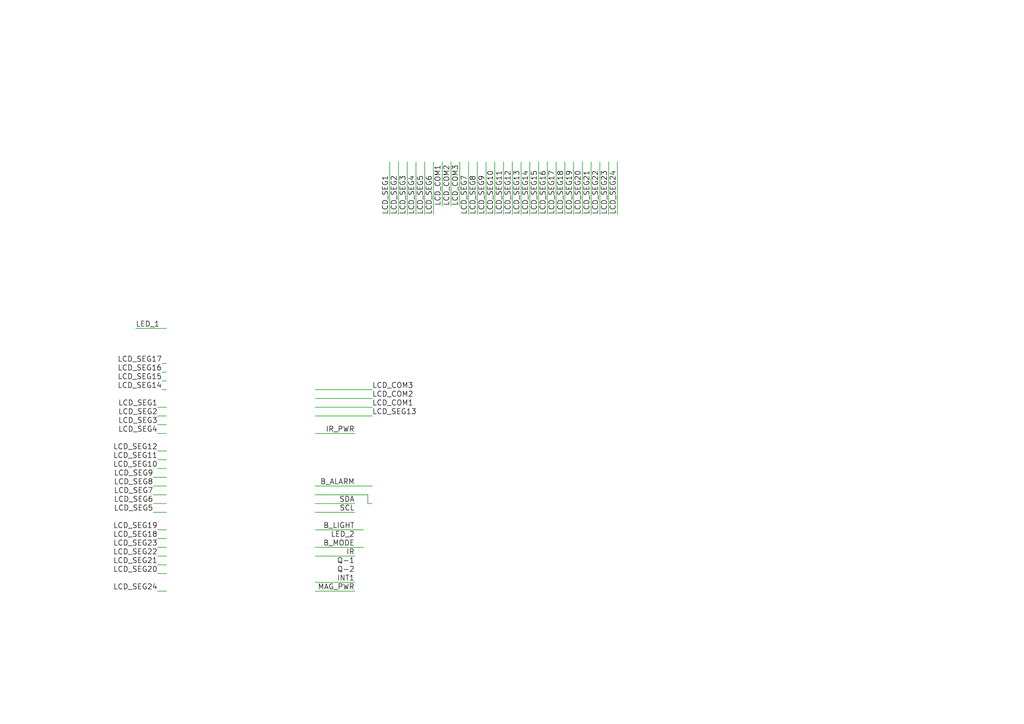
<source format=kicad_sch>
(kicad_sch (version 20211123) (generator eeschema)

  (uuid feb95032-38a6-4034-8e83-f34a41a5e284)

  (paper "A4")

  (title_block
    (title "Pluto main board")
    (date "2016-05-21")
  )

  (lib_symbols
  )


  (wire (pts (xy 173.99 62.23) (xy 173.99 46.99))
    (stroke (width 0) (type default) (color 0 0 0 0))
    (uuid 0adc030e-8b85-4900-a6db-214a9d3f1b78)
  )
  (wire (pts (xy 91.44 161.29) (xy 102.87 161.29))
    (stroke (width 0) (type default) (color 0 0 0 0))
    (uuid 0e210ea0-7655-4ebc-901e-c188a52c4691)
  )
  (wire (pts (xy 48.26 130.81) (xy 45.72 130.81))
    (stroke (width 0) (type default) (color 0 0 0 0))
    (uuid 11758a95-4c00-4f26-91e6-c65281cde8d9)
  )
  (wire (pts (xy 46.99 110.49) (xy 48.26 110.49))
    (stroke (width 0) (type default) (color 0 0 0 0))
    (uuid 12e15233-5e36-4974-9739-c7a9098bf1d8)
  )
  (wire (pts (xy 48.26 171.45) (xy 45.72 171.45))
    (stroke (width 0) (type default) (color 0 0 0 0))
    (uuid 1a5c1d1c-77a7-4f37-8417-cd43095a0d9f)
  )
  (wire (pts (xy 45.72 135.89) (xy 48.26 135.89))
    (stroke (width 0) (type default) (color 0 0 0 0))
    (uuid 1d108635-c19d-4696-af1f-b118ac2d180b)
  )
  (wire (pts (xy 158.75 62.23) (xy 158.75 46.99))
    (stroke (width 0) (type default) (color 0 0 0 0))
    (uuid 2150579a-12e8-41ec-888f-e3bdfbfde36b)
  )
  (wire (pts (xy 45.72 153.67) (xy 48.26 153.67))
    (stroke (width 0) (type default) (color 0 0 0 0))
    (uuid 22550ef8-e270-40b1-a16c-4536cff111ce)
  )
  (wire (pts (xy 91.44 140.97) (xy 107.95 140.97))
    (stroke (width 0) (type default) (color 0 0 0 0))
    (uuid 22c648f8-5f5b-47b6-ac9c-0edc74fd70ad)
  )
  (wire (pts (xy 125.73 46.99) (xy 125.73 62.23))
    (stroke (width 0) (type default) (color 0 0 0 0))
    (uuid 28a98f27-5757-45c8-a221-992109086cce)
  )
  (wire (pts (xy 45.72 123.19) (xy 48.26 123.19))
    (stroke (width 0) (type default) (color 0 0 0 0))
    (uuid 2a8dc702-60a0-45b0-af31-0f194544539e)
  )
  (wire (pts (xy 118.11 46.99) (xy 118.11 62.23))
    (stroke (width 0) (type default) (color 0 0 0 0))
    (uuid 2c9c39a1-ce0b-4624-b5b2-bef79b7049d7)
  )
  (wire (pts (xy 45.72 118.11) (xy 48.26 118.11))
    (stroke (width 0) (type default) (color 0 0 0 0))
    (uuid 33396f0a-8c71-4532-b8ad-cc8e8dd7119d)
  )
  (wire (pts (xy 45.72 158.75) (xy 48.26 158.75))
    (stroke (width 0) (type default) (color 0 0 0 0))
    (uuid 338d2873-fdd9-408a-8340-24d9b13c239d)
  )
  (wire (pts (xy 44.45 140.97) (xy 48.26 140.97))
    (stroke (width 0) (type default) (color 0 0 0 0))
    (uuid 3491b4d4-cb90-4547-b924-fb2f3cab0a04)
  )
  (wire (pts (xy 120.65 62.23) (xy 120.65 46.99))
    (stroke (width 0) (type default) (color 0 0 0 0))
    (uuid 34f987b5-5ffa-433b-a22e-6a05d957e039)
  )
  (wire (pts (xy 44.45 146.05) (xy 48.26 146.05))
    (stroke (width 0) (type default) (color 0 0 0 0))
    (uuid 3688dc01-af3e-4cf1-9752-c147e4b64f42)
  )
  (wire (pts (xy 148.59 46.99) (xy 148.59 62.23))
    (stroke (width 0) (type default) (color 0 0 0 0))
    (uuid 39d2648a-c090-46da-8adf-825b17f8eb17)
  )
  (wire (pts (xy 91.44 158.75) (xy 105.41 158.75))
    (stroke (width 0) (type default) (color 0 0 0 0))
    (uuid 41c96ae6-db58-4840-a092-feeeb313097f)
  )
  (wire (pts (xy 46.99 107.95) (xy 48.26 107.95))
    (stroke (width 0) (type default) (color 0 0 0 0))
    (uuid 46d859f3-5e8f-43b7-90e7-7b2a7cff7a50)
  )
  (wire (pts (xy 128.27 59.69) (xy 128.27 46.99))
    (stroke (width 0) (type default) (color 0 0 0 0))
    (uuid 4d78b525-526a-47fc-8090-d367a4b4cc14)
  )
  (wire (pts (xy 106.68 146.05) (xy 106.68 143.51))
    (stroke (width 0) (type default) (color 0 0 0 0))
    (uuid 511eead6-b0ee-4ea1-9411-4a054af96451)
  )
  (wire (pts (xy 91.44 146.05) (xy 102.87 146.05))
    (stroke (width 0) (type default) (color 0 0 0 0))
    (uuid 52f28b4d-5b02-4eef-8211-b1ce26d94c59)
  )
  (wire (pts (xy 48.26 163.83) (xy 45.72 163.83))
    (stroke (width 0) (type default) (color 0 0 0 0))
    (uuid 5978aa12-276d-4aa1-9322-e293a501e86c)
  )
  (wire (pts (xy 48.26 95.25) (xy 39.37 95.25))
    (stroke (width 0) (type default) (color 0 0 0 0))
    (uuid 5e26b327-e505-4f02-915b-b3d13983af5e)
  )
  (wire (pts (xy 138.43 46.99) (xy 138.43 62.23))
    (stroke (width 0) (type default) (color 0 0 0 0))
    (uuid 5ed9a99e-b9c4-4be8-94b2-e673388cc7d4)
  )
  (wire (pts (xy 171.45 62.23) (xy 171.45 46.99))
    (stroke (width 0) (type default) (color 0 0 0 0))
    (uuid 60c0e6e3-420d-4e0c-9aed-2e89b12f37d4)
  )
  (wire (pts (xy 176.53 62.23) (xy 176.53 46.99))
    (stroke (width 0) (type default) (color 0 0 0 0))
    (uuid 641c3029-750c-4a01-90b9-06be8f9b7d30)
  )
  (wire (pts (xy 146.05 46.99) (xy 146.05 62.23))
    (stroke (width 0) (type default) (color 0 0 0 0))
    (uuid 66767cb9-17e9-4c90-862b-7c79b54d7c31)
  )
  (wire (pts (xy 123.19 46.99) (xy 123.19 62.23))
    (stroke (width 0) (type default) (color 0 0 0 0))
    (uuid 668b06a3-5bde-460b-ba53-70defaaec4de)
  )
  (wire (pts (xy 107.95 115.57) (xy 91.44 115.57))
    (stroke (width 0) (type default) (color 0 0 0 0))
    (uuid 694c3c7b-983e-4abf-8a12-4500e08a960e)
  )
  (wire (pts (xy 46.99 105.41) (xy 48.26 105.41))
    (stroke (width 0) (type default) (color 0 0 0 0))
    (uuid 71a3edf8-b8c6-47fb-a163-b272e24d341a)
  )
  (wire (pts (xy 48.26 166.37) (xy 45.72 166.37))
    (stroke (width 0) (type default) (color 0 0 0 0))
    (uuid 7cc6c68d-5389-4525-b9a4-bc82b30817f5)
  )
  (wire (pts (xy 106.68 143.51) (xy 91.44 143.51))
    (stroke (width 0) (type default) (color 0 0 0 0))
    (uuid 81d167b2-7ab6-4e50-9253-d87c5b73bde7)
  )
  (wire (pts (xy 91.44 171.45) (xy 102.87 171.45))
    (stroke (width 0) (type default) (color 0 0 0 0))
    (uuid 837c5d57-2aa7-46d1-8953-e2c10745c7d9)
  )
  (wire (pts (xy 135.89 62.23) (xy 135.89 46.99))
    (stroke (width 0) (type default) (color 0 0 0 0))
    (uuid 842a4a2e-79fb-462b-9c21-f95e9a34a229)
  )
  (wire (pts (xy 107.95 146.05) (xy 106.68 146.05))
    (stroke (width 0) (type default) (color 0 0 0 0))
    (uuid 845dc0d7-087c-4812-9e6c-6382e876018e)
  )
  (wire (pts (xy 161.29 62.23) (xy 161.29 46.99))
    (stroke (width 0) (type default) (color 0 0 0 0))
    (uuid 90c77a68-e9e9-4d04-baae-53f46fde8f38)
  )
  (wire (pts (xy 143.51 62.23) (xy 143.51 46.99))
    (stroke (width 0) (type default) (color 0 0 0 0))
    (uuid 99e909e5-725e-4aa1-bded-15047606490d)
  )
  (wire (pts (xy 44.45 138.43) (xy 48.26 138.43))
    (stroke (width 0) (type default) (color 0 0 0 0))
    (uuid 9f8ff765-c24f-4f85-ab51-8c34c2b23cc2)
  )
  (wire (pts (xy 151.13 62.23) (xy 151.13 46.99))
    (stroke (width 0) (type default) (color 0 0 0 0))
    (uuid a29e4c5f-5ae0-48a1-b993-b7f74f82998b)
  )
  (wire (pts (xy 107.95 120.65) (xy 91.44 120.65))
    (stroke (width 0) (type default) (color 0 0 0 0))
    (uuid a3257f0c-b536-4ea9-98f4-5f8d494a8b89)
  )
  (wire (pts (xy 91.44 113.03) (xy 107.95 113.03))
    (stroke (width 0) (type default) (color 0 0 0 0))
    (uuid a4cb588f-b224-48c9-ba3a-d4ac8eee1b90)
  )
  (wire (pts (xy 113.03 46.99) (xy 113.03 62.23))
    (stroke (width 0) (type default) (color 0 0 0 0))
    (uuid a790009e-7223-4554-befe-cd69353098a5)
  )
  (wire (pts (xy 44.45 143.51) (xy 48.26 143.51))
    (stroke (width 0) (type default) (color 0 0 0 0))
    (uuid a8909d15-0c6b-487f-972d-d18db7f9197d)
  )
  (wire (pts (xy 156.21 62.23) (xy 156.21 46.99))
    (stroke (width 0) (type default) (color 0 0 0 0))
    (uuid a9a277b6-6902-4ce0-b2b4-b5f4b631cb81)
  )
  (wire (pts (xy 45.72 156.21) (xy 48.26 156.21))
    (stroke (width 0) (type default) (color 0 0 0 0))
    (uuid aeaae29d-8361-4470-b959-ad477c908907)
  )
  (wire (pts (xy 140.97 62.23) (xy 140.97 46.99))
    (stroke (width 0) (type default) (color 0 0 0 0))
    (uuid bb2c10d9-2d7e-48a9-9d03-2b44cb02d6d9)
  )
  (wire (pts (xy 45.72 120.65) (xy 48.26 120.65))
    (stroke (width 0) (type default) (color 0 0 0 0))
    (uuid bcd544b1-5c32-466a-9bd7-6ba66b9b48e3)
  )
  (wire (pts (xy 133.35 59.69) (xy 133.35 46.99))
    (stroke (width 0) (type default) (color 0 0 0 0))
    (uuid c07895e7-2900-4fa8-b3bd-7a4dad6efbe0)
  )
  (wire (pts (xy 115.57 46.99) (xy 115.57 62.23))
    (stroke (width 0) (type default) (color 0 0 0 0))
    (uuid c2464e7f-ecee-4afc-976c-8d780348542d)
  )
  (wire (pts (xy 179.07 62.23) (xy 179.07 46.99))
    (stroke (width 0) (type default) (color 0 0 0 0))
    (uuid c93185c2-d292-482a-87cf-485f7fe8a047)
  )
  (wire (pts (xy 48.26 133.35) (xy 45.72 133.35))
    (stroke (width 0) (type default) (color 0 0 0 0))
    (uuid cc26728e-0e02-4954-be40-2c0444a3a9b6)
  )
  (wire (pts (xy 102.87 168.91) (xy 91.44 168.91))
    (stroke (width 0) (type default) (color 0 0 0 0))
    (uuid d04879b6-5663-4a80-b92d-6462efa052e2)
  )
  (wire (pts (xy 168.91 62.23) (xy 168.91 46.99))
    (stroke (width 0) (type default) (color 0 0 0 0))
    (uuid d4d7be0a-b714-41fa-a5da-b33ea40aeb10)
  )
  (wire (pts (xy 91.44 125.73) (xy 102.87 125.73))
    (stroke (width 0) (type default) (color 0 0 0 0))
    (uuid d68f84d8-d23a-4dbd-8bc5-d8bb86960fce)
  )
  (wire (pts (xy 105.41 153.67) (xy 91.44 153.67))
    (stroke (width 0) (type default) (color 0 0 0 0))
    (uuid d9637dd6-5072-4994-b333-6179bf65b6c8)
  )
  (wire (pts (xy 44.45 148.59) (xy 48.26 148.59))
    (stroke (width 0) (type default) (color 0 0 0 0))
    (uuid da3e07ac-74ed-4dd6-8136-5a568b84c96e)
  )
  (wire (pts (xy 153.67 62.23) (xy 153.67 46.99))
    (stroke (width 0) (type default) (color 0 0 0 0))
    (uuid e01a9a73-1401-412a-b2df-108527aad5a7)
  )
  (wire (pts (xy 46.99 113.03) (xy 48.26 113.03))
    (stroke (width 0) (type default) (color 0 0 0 0))
    (uuid eae9e2ec-bd37-4796-bc23-4539e8afbc68)
  )
  (wire (pts (xy 91.44 148.59) (xy 102.87 148.59))
    (stroke (width 0) (type default) (color 0 0 0 0))
    (uuid ec4b6add-445a-499a-99a3-70ec18d23405)
  )
  (wire (pts (xy 45.72 125.73) (xy 48.26 125.73))
    (stroke (width 0) (type default) (color 0 0 0 0))
    (uuid ed3d1b9a-eb64-4598-bf1e-7b5f45b2defc)
  )
  (wire (pts (xy 166.37 62.23) (xy 166.37 46.99))
    (stroke (width 0) (type default) (color 0 0 0 0))
    (uuid ee736788-c4b7-484c-8f87-03d9551d1440)
  )
  (wire (pts (xy 48.26 161.29) (xy 45.72 161.29))
    (stroke (width 0) (type default) (color 0 0 0 0))
    (uuid f7bacde1-6690-41cf-bf74-1dec3f9c7ddd)
  )
  (wire (pts (xy 130.81 59.69) (xy 130.81 46.99))
    (stroke (width 0) (type default) (color 0 0 0 0))
    (uuid fa092473-f952-4d3e-bf5a-a3a715f99ca5)
  )
  (wire (pts (xy 107.95 118.11) (xy 91.44 118.11))
    (stroke (width 0) (type default) (color 0 0 0 0))
    (uuid fd52bb66-cf0b-440d-959a-9636eecb92ba)
  )
  (wire (pts (xy 163.83 62.23) (xy 163.83 46.99))
    (stroke (width 0) (type default) (color 0 0 0 0))
    (uuid fed1b51d-a55b-4d7b-a3a2-d37ae67aee82)
  )

  (label "LCD_SEG17" (at 161.29 62.23 90)
    (effects (font (size 1.524 1.524)) (justify left bottom))
    (uuid 0422eb26-7dd6-46a1-8d28-deacf7097397)
  )
  (label "LCD_SEG8" (at 138.43 62.23 90)
    (effects (font (size 1.524 1.524)) (justify left bottom))
    (uuid 07034e39-388c-404f-babb-6470246fa80a)
  )
  (label "Q-1" (at 102.87 163.83 180)
    (effects (font (size 1.524 1.524)) (justify right bottom))
    (uuid 0c49e74f-84bc-4912-b1a6-c84fe7824cab)
  )
  (label "LCD_SEG2" (at 45.72 120.65 180)
    (effects (font (size 1.524 1.524)) (justify right bottom))
    (uuid 0d48175b-9be8-47cd-b90a-fa4469c4c733)
  )
  (label "LCD_SEG5" (at 44.45 148.59 180)
    (effects (font (size 1.524 1.524)) (justify right bottom))
    (uuid 131c2ebe-5f0a-45c0-8141-c4a8b88debe2)
  )
  (label "LCD_SEG8" (at 44.45 140.97 180)
    (effects (font (size 1.524 1.524)) (justify right bottom))
    (uuid 1a4e682b-0e3e-4667-ba4e-9f0ae4b76da9)
  )
  (label "IR" (at 102.87 161.29 180)
    (effects (font (size 1.524 1.524)) (justify right bottom))
    (uuid 1aad64b8-dbc8-4210-a32f-e9b22ae7f6a6)
  )
  (label "LCD_SEG16" (at 46.99 107.95 180)
    (effects (font (size 1.524 1.524)) (justify right bottom))
    (uuid 2161cc54-3a71-4ef7-b132-55a2dacf9894)
  )
  (label "LED_1" (at 39.37 95.25 0)
    (effects (font (size 1.524 1.524)) (justify left bottom))
    (uuid 24aab541-87ba-4d31-b434-4e99f57b75ac)
  )
  (label "LCD_SEG16" (at 158.75 62.23 90)
    (effects (font (size 1.524 1.524)) (justify left bottom))
    (uuid 2dd31477-69fe-4a8b-a5dc-010d1bdb5b8d)
  )
  (label "LCD_COM3" (at 107.95 113.03 0)
    (effects (font (size 1.524 1.524)) (justify left bottom))
    (uuid 2e253ad6-b27e-44f2-9db7-013a4c9a9834)
  )
  (label "LCD_SEG4" (at 45.72 125.73 180)
    (effects (font (size 1.524 1.524)) (justify right bottom))
    (uuid 2eee8a8a-1962-40ee-ab66-05df8552e0ad)
  )
  (label "SCL" (at 102.87 148.59 180)
    (effects (font (size 1.524 1.524)) (justify right bottom))
    (uuid 2f16e280-a74f-4734-84a5-674e446f2f50)
  )
  (label "LCD_SEG24" (at 45.72 171.45 180)
    (effects (font (size 1.524 1.524)) (justify right bottom))
    (uuid 31099f1c-39a6-4d7e-8144-05e63a71c678)
  )
  (label "LCD_SEG1" (at 45.72 118.11 180)
    (effects (font (size 1.524 1.524)) (justify right bottom))
    (uuid 33f0d9a1-548e-4a33-991c-1f486940d973)
  )
  (label "LCD_SEG5" (at 123.19 62.23 90)
    (effects (font (size 1.524 1.524)) (justify left bottom))
    (uuid 3448197c-c20b-43e0-87f6-6af1b6f5f9b1)
  )
  (label "LCD_SEG18" (at 45.72 156.21 180)
    (effects (font (size 1.524 1.524)) (justify right bottom))
    (uuid 3a08229e-4b81-42b6-ab42-88d5e0551d23)
  )
  (label "LCD_SEG20" (at 168.91 62.23 90)
    (effects (font (size 1.524 1.524)) (justify left bottom))
    (uuid 3a621535-bcd3-47d5-a289-3e7a8247d8a4)
  )
  (label "LCD_SEG9" (at 44.45 138.43 180)
    (effects (font (size 1.524 1.524)) (justify right bottom))
    (uuid 3bb53db5-b37b-49b1-a6ca-b492e64d3479)
  )
  (label "LCD_SEG13" (at 151.13 62.23 90)
    (effects (font (size 1.524 1.524)) (justify left bottom))
    (uuid 3ef785f4-bd77-46c5-a4b8-889bce8f7f83)
  )
  (label "LED_2" (at 102.87 156.21 180)
    (effects (font (size 1.524 1.524)) (justify right bottom))
    (uuid 4398e1f1-e94e-47b5-ae77-5e790f431b64)
  )
  (label "LCD_SEG9" (at 140.97 62.23 90)
    (effects (font (size 1.524 1.524)) (justify left bottom))
    (uuid 4e4896fd-a7c0-42af-b32d-442380959c13)
  )
  (label "LCD_SEG14" (at 46.99 113.03 180)
    (effects (font (size 1.524 1.524)) (justify right bottom))
    (uuid 50fd9780-b5ab-43e5-a67d-9bddde6b25db)
  )
  (label "LCD_COM2" (at 130.81 59.69 90)
    (effects (font (size 1.524 1.524)) (justify left bottom))
    (uuid 56f3ca77-38da-4012-80bb-7635f1bf2849)
  )
  (label "LCD_SEG17" (at 46.99 105.41 180)
    (effects (font (size 1.524 1.524)) (justify right bottom))
    (uuid 58ed27ea-4669-4afd-a9fa-81b65b549cbc)
  )
  (label "INT1" (at 102.87 168.91 180)
    (effects (font (size 1.524 1.524)) (justify right bottom))
    (uuid 5a0df677-251e-4cfa-9d36-45e05f5e571a)
  )
  (label "LCD_SEG7" (at 44.45 143.51 180)
    (effects (font (size 1.524 1.524)) (justify right bottom))
    (uuid 66ed0dec-d7e1-4a29-aba0-1c94b5166c62)
  )
  (label "LCD_SEG1" (at 113.03 62.23 90)
    (effects (font (size 1.524 1.524)) (justify left bottom))
    (uuid 6aafa216-8ca8-49ce-a39d-4b25609e33ab)
  )
  (label "LCD_COM2" (at 107.95 115.57 0)
    (effects (font (size 1.524 1.524)) (justify left bottom))
    (uuid 6ba34330-9ced-464a-961f-5995a1b9b782)
  )
  (label "LCD_SEG12" (at 148.59 62.23 90)
    (effects (font (size 1.524 1.524)) (justify left bottom))
    (uuid 74ae99d4-06ad-4e9d-99b7-e870befa1b2b)
  )
  (label "LCD_SEG15" (at 156.21 62.23 90)
    (effects (font (size 1.524 1.524)) (justify left bottom))
    (uuid 7935cfb3-3876-4591-84eb-594f9a46d9e7)
  )
  (label "LCD_SEG22" (at 45.72 161.29 180)
    (effects (font (size 1.524 1.524)) (justify right bottom))
    (uuid 79662703-eac3-463d-bf0f-6d86a1a9dbca)
  )
  (label "LCD_SEG21" (at 45.72 163.83 180)
    (effects (font (size 1.524 1.524)) (justify right bottom))
    (uuid 7e5d375c-1417-491f-8b2c-94d8d1f01749)
  )
  (label "LCD_SEG21" (at 171.45 62.23 90)
    (effects (font (size 1.524 1.524)) (justify left bottom))
    (uuid 8708457e-cf34-4bfa-957d-d964640b0ef8)
  )
  (label "LCD_SEG7" (at 135.89 62.23 90)
    (effects (font (size 1.524 1.524)) (justify left bottom))
    (uuid 87bd784a-32a4-4a3c-a1f1-2fd0524e8d5b)
  )
  (label "LCD_SEG12" (at 45.72 130.81 180)
    (effects (font (size 1.524 1.524)) (justify right bottom))
    (uuid 8c30c6f3-61c7-4c98-8c2a-2e2b79ea6470)
  )
  (label "LCD_SEG19" (at 45.72 153.67 180)
    (effects (font (size 1.524 1.524)) (justify right bottom))
    (uuid 8f10bfa0-6515-434e-8fa8-cc1a785a4b69)
  )
  (label "LCD_SEG3" (at 118.11 62.23 90)
    (effects (font (size 1.524 1.524)) (justify left bottom))
    (uuid 91b65287-2f48-40c0-85bf-066652b324e4)
  )
  (label "LCD_SEG23" (at 176.53 62.23 90)
    (effects (font (size 1.524 1.524)) (justify left bottom))
    (uuid 99c66e06-7dcd-4809-a2f9-9b75d0ba98ff)
  )
  (label "LCD_SEG3" (at 45.72 123.19 180)
    (effects (font (size 1.524 1.524)) (justify right bottom))
    (uuid 9c18e307-e854-410b-ad61-0bf08aaee5b9)
  )
  (label "LCD_SEG10" (at 45.72 135.89 180)
    (effects (font (size 1.524 1.524)) (justify right bottom))
    (uuid a2e7b575-13d2-4f0e-bd51-9116803df414)
  )
  (label "LCD_SEG19" (at 166.37 62.23 90)
    (effects (font (size 1.524 1.524)) (justify left bottom))
    (uuid a3943426-427f-4c23-b5c2-15f02cc567d0)
  )
  (label "Q-2" (at 102.87 166.37 180)
    (effects (font (size 1.524 1.524)) (justify right bottom))
    (uuid ad6dee37-779c-4272-b356-348ee2fc88af)
  )
  (label "B_MODE" (at 102.87 158.75 180)
    (effects (font (size 1.524 1.524)) (justify right bottom))
    (uuid b00fad23-7f64-4078-8dcc-0d2db447c178)
  )
  (label "LCD_SEG10" (at 143.51 62.23 90)
    (effects (font (size 1.524 1.524)) (justify left bottom))
    (uuid b3d2c80b-6c82-4528-99a0-279139d0acec)
  )
  (label "LCD_SEG6" (at 44.45 146.05 180)
    (effects (font (size 1.524 1.524)) (justify right bottom))
    (uuid b6bf2001-8d04-4637-835a-e43db8328c3b)
  )
  (label "LCD_SEG6" (at 125.73 62.23 90)
    (effects (font (size 1.524 1.524)) (justify left bottom))
    (uuid b9cb9ade-ff2b-40eb-811d-56484a7cc9e2)
  )
  (label "LCD_SEG4" (at 120.65 62.23 90)
    (effects (font (size 1.524 1.524)) (justify left bottom))
    (uuid bd70777c-9281-494b-bd7b-6455f74331a2)
  )
  (label "B_ALARM" (at 102.87 140.97 180)
    (effects (font (size 1.524 1.524)) (justify right bottom))
    (uuid c1aa8c4e-d397-46c3-9d1d-a089612d3c0e)
  )
  (label "MAG_PWR" (at 102.87 171.45 180)
    (effects (font (size 1.524 1.524)) (justify right bottom))
    (uuid d18976ab-b1ca-4783-9a69-9775f55e75c8)
  )
  (label "LCD_SEG2" (at 115.57 62.23 90)
    (effects (font (size 1.524 1.524)) (justify left bottom))
    (uuid d2305be1-c329-4843-aece-28876d1813e8)
  )
  (label "LCD_SEG13" (at 107.95 120.65 0)
    (effects (font (size 1.524 1.524)) (justify left bottom))
    (uuid d25ba86b-ff60-4eab-b96d-972a2fb455dd)
  )
  (label "LCD_COM1" (at 107.95 118.11 0)
    (effects (font (size 1.524 1.524)) (justify left bottom))
    (uuid d290637f-e077-4b00-ad81-102b3acd7a73)
  )
  (label "LCD_SEG14" (at 153.67 62.23 90)
    (effects (font (size 1.524 1.524)) (justify left bottom))
    (uuid d8c9b284-1b76-4add-ba38-d03f68a7559f)
  )
  (label "LCD_SEG11" (at 45.72 133.35 180)
    (effects (font (size 1.524 1.524)) (justify right bottom))
    (uuid db27f2a5-c111-45c8-b011-a9060dab2e47)
  )
  (label "IR_PWR" (at 102.87 125.73 180)
    (effects (font (size 1.524 1.524)) (justify right bottom))
    (uuid dcefc690-fae4-4546-9ed9-8616754e516f)
  )
  (label "LCD_SEG11" (at 146.05 62.23 90)
    (effects (font (size 1.524 1.524)) (justify left bottom))
    (uuid e063549b-496c-4cd3-9a83-836d2453780c)
  )
  (label "B_LIGHT" (at 102.87 153.67 180)
    (effects (font (size 1.524 1.524)) (justify right bottom))
    (uuid e3608092-5f8f-43ba-92c6-79ab71bd41f6)
  )
  (label "SDA" (at 102.87 146.05 180)
    (effects (font (size 1.524 1.524)) (justify right bottom))
    (uuid e6c29abc-49aa-4429-8649-7b27a32188a7)
  )
  (label "LCD_SEG24" (at 179.07 62.23 90)
    (effects (font (size 1.524 1.524)) (justify left bottom))
    (uuid e9b0f47f-3f75-48db-ad03-cf7c57cdc4e3)
  )
  (label "LCD_SEG18" (at 163.83 62.23 90)
    (effects (font (size 1.524 1.524)) (justify left bottom))
    (uuid ea831b6f-57b4-4d1d-9a70-4059f451f8bd)
  )
  (label "LCD_SEG23" (at 45.72 158.75 180)
    (effects (font (size 1.524 1.524)) (justify right bottom))
    (uuid f08402ae-bb2b-4990-a36a-ffe29bb1aef3)
  )
  (label "LCD_SEG22" (at 173.99 62.23 90)
    (effects (font (size 1.524 1.524)) (justify left bottom))
    (uuid f3979409-81b5-4056-b363-e2d993112019)
  )
  (label "LCD_COM3" (at 133.35 59.69 90)
    (effects (font (size 1.524 1.524)) (justify left bottom))
    (uuid fa16215d-1d78-48cd-94d9-69ed2a3cf668)
  )
  (label "LCD_SEG20" (at 45.72 166.37 180)
    (effects (font (size 1.524 1.524)) (justify right bottom))
    (uuid fbe1e23d-0308-433e-b92c-4a27560619d5)
  )
  (label "LCD_SEG15" (at 46.99 110.49 180)
    (effects (font (size 1.524 1.524)) (justify right bottom))
    (uuid fd7cc22f-5767-48f4-8cce-9930a040e112)
  )
  (label "LCD_COM1" (at 128.27 59.69 90)
    (effects (font (size 1.524 1.524)) (justify left bottom))
    (uuid ffa201a1-4263-42e8-93be-d3b16d1b7f3b)
  )

  (symbol (lib_id "LCD-F-91W") (at 143.51 34.29 0) (unit 1)
    (in_bom yes) (on_board yes)
    (uuid 00000000-0000-0000-0000-000056e8a641)
    (property "Reference" "U2" (id 0) (at 179.07 27.94 0)
      (effects (font (size 1.524 1.524)))
    )
    (property "Value" "LCD-F-91W" (id 1) (at 143.51 34.29 0)
      (effects (font (size 1.524 1.524)))
    )
    (property "Footprint" "f-91w:LCD-F-91W" (id 2) (at 143.51 31.75 0)
      (effects (font (size 1.524 1.524)) hide)
    )
    (property "Datasheet" "" (id 3) (at 143.51 34.29 0)
      (effects (font (size 1.524 1.524)))
    )
  )

  (sheet_instances
    (path "/" (page "1"))
  )

  (symbol_instances
    (path "/00000000-0000-0000-0000-000056e8a641"
      (reference "U2") (unit 1) (value "LCD-F-91W") (footprint "f-91w:LCD-F-91W")
    )
  )
)

</source>
